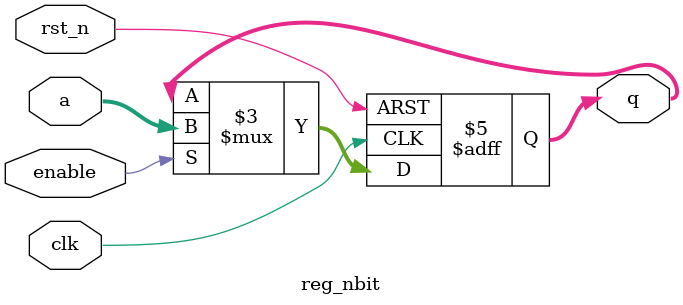
<source format=v>

module reg_nbit #(
    parameter BITWIDTH = 16            // Width of the register
)(
    input                   clk,       // Clock signal
    input                   rst_n,       // ASynchronous reset (active Low)
    input                   enable,    // Enable signal
    input  [BITWIDTH-1:0]   a,         // N-bit data input
    output reg [BITWIDTH-1:0] q         // N-bit registered output
);

    // Sequential logic: register behavior
    always @(posedge clk or negedge rst_n) begin
        if (!rst_n)
            // Clear all bits of the register on reset
            q <= {BITWIDTH{1'b0}};
        else if (enable)
            // Load input data when enable is high
            q <= a;
        // else: hold previous value (implicit register behavior)
    end

endmodule

// meaning of  q <= {BITWIDTH{1'b0}};
//Take 1'b0
//Repeat it BITWIDTH times
//Concatenate all bits together
//{4{1'b0}}  →  4'b0000
//
//#(...) in a module declaration is used to define parameters for configurable RTL designs. # means not delay here..

</source>
